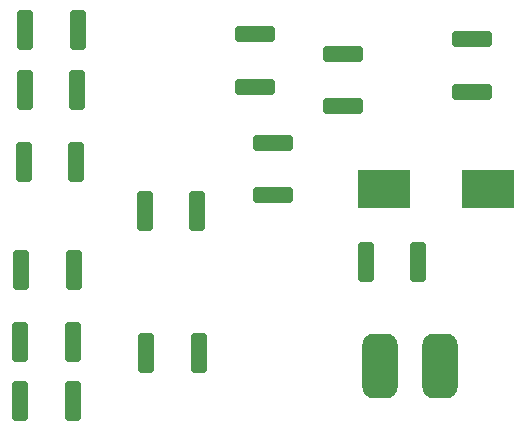
<source format=gbr>
%TF.GenerationSoftware,KiCad,Pcbnew,7.0.10*%
%TF.CreationDate,2024-01-28T16:57:24+01:00*%
%TF.ProjectId,pcb,7063622e-6b69-4636-9164-5f7063625858,rev?*%
%TF.SameCoordinates,Original*%
%TF.FileFunction,Paste,Bot*%
%TF.FilePolarity,Positive*%
%FSLAX46Y46*%
G04 Gerber Fmt 4.6, Leading zero omitted, Abs format (unit mm)*
G04 Created by KiCad (PCBNEW 7.0.10) date 2024-01-28 16:57:24*
%MOMM*%
%LPD*%
G01*
G04 APERTURE LIST*
G04 Aperture macros list*
%AMRoundRect*
0 Rectangle with rounded corners*
0 $1 Rounding radius*
0 $2 $3 $4 $5 $6 $7 $8 $9 X,Y pos of 4 corners*
0 Add a 4 corners polygon primitive as box body*
4,1,4,$2,$3,$4,$5,$6,$7,$8,$9,$2,$3,0*
0 Add four circle primitives for the rounded corners*
1,1,$1+$1,$2,$3*
1,1,$1+$1,$4,$5*
1,1,$1+$1,$6,$7*
1,1,$1+$1,$8,$9*
0 Add four rect primitives between the rounded corners*
20,1,$1+$1,$2,$3,$4,$5,0*
20,1,$1+$1,$4,$5,$6,$7,0*
20,1,$1+$1,$6,$7,$8,$9,0*
20,1,$1+$1,$8,$9,$2,$3,0*%
G04 Aperture macros list end*
%ADD10RoundRect,0.999000X0.501000X1.751000X-0.501000X1.751000X-0.501000X-1.751000X0.501000X-1.751000X0*%
%ADD11RoundRect,0.250000X0.400000X1.450000X-0.400000X1.450000X-0.400000X-1.450000X0.400000X-1.450000X0*%
%ADD12RoundRect,0.250000X1.450000X-0.400000X1.450000X0.400000X-1.450000X0.400000X-1.450000X-0.400000X0*%
%ADD13RoundRect,0.250000X-0.400000X-1.450000X0.400000X-1.450000X0.400000X1.450000X-0.400000X1.450000X0*%
%ADD14RoundRect,0.250000X-1.450000X0.400000X-1.450000X-0.400000X1.450000X-0.400000X1.450000X0.400000X0*%
%ADD15R,4.500000X3.300000*%
G04 APERTURE END LIST*
D10*
%TO.C,L1*%
X267944600Y-66700400D03*
X262944600Y-66700400D03*
%TD*%
D11*
%TO.C,R4*%
X237276600Y-43357800D03*
X232826600Y-43357800D03*
%TD*%
%TO.C,R6*%
X247452000Y-53594000D03*
X243002000Y-53594000D03*
%TD*%
D12*
%TO.C,R15*%
X253847600Y-52237600D03*
X253847600Y-47787600D03*
%TD*%
D11*
%TO.C,R12*%
X247565000Y-65557400D03*
X243115000Y-65557400D03*
%TD*%
D13*
%TO.C,R14*%
X261681000Y-57886600D03*
X266131000Y-57886600D03*
%TD*%
D11*
%TO.C,R9*%
X236895600Y-69621400D03*
X232445600Y-69621400D03*
%TD*%
%TO.C,R11*%
X236895600Y-64617600D03*
X232445600Y-64617600D03*
%TD*%
D12*
%TO.C,R8*%
X259791200Y-44693800D03*
X259791200Y-40243800D03*
%TD*%
D11*
%TO.C,R5*%
X237200400Y-49453800D03*
X232750400Y-49453800D03*
%TD*%
D14*
%TO.C,pwrSW_PU1*%
X270713200Y-39009400D03*
X270713200Y-43459400D03*
%TD*%
D13*
%TO.C,R1*%
X232877400Y-38227000D03*
X237327400Y-38227000D03*
%TD*%
%TO.C,R7*%
X232521800Y-58521600D03*
X236971800Y-58521600D03*
%TD*%
D12*
%TO.C,R10*%
X252323600Y-43042800D03*
X252323600Y-38592800D03*
%TD*%
D15*
%TO.C,D2*%
X263239800Y-51663600D03*
X272039800Y-51663600D03*
%TD*%
M02*

</source>
